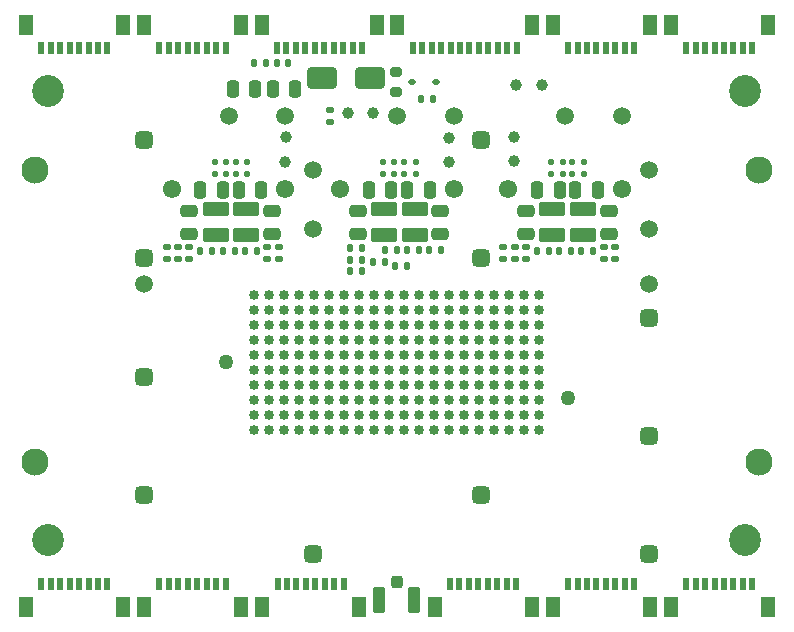
<source format=gts>
G04 #@! TF.GenerationSoftware,KiCad,Pcbnew,8.0.5*
G04 #@! TF.CreationDate,2026-01-30T21:43:26+07:00*
G04 #@! TF.ProjectId,RouterCoreBaseRevA,526f7574-6572-4436-9f72-654261736552,rev?*
G04 #@! TF.SameCoordinates,PX2793d60PY5cfbb60*
G04 #@! TF.FileFunction,Soldermask,Top*
G04 #@! TF.FilePolarity,Negative*
%FSLAX46Y46*%
G04 Gerber Fmt 4.6, Leading zero omitted, Abs format (unit mm)*
G04 Created by KiCad (PCBNEW 8.0.5) date 2026-01-30 21:43:26*
%MOMM*%
%LPD*%
G01*
G04 APERTURE LIST*
G04 Aperture macros list*
%AMRoundRect*
0 Rectangle with rounded corners*
0 $1 Rounding radius*
0 $2 $3 $4 $5 $6 $7 $8 $9 X,Y pos of 4 corners*
0 Add a 4 corners polygon primitive as box body*
4,1,4,$2,$3,$4,$5,$6,$7,$8,$9,$2,$3,0*
0 Add four circle primitives for the rounded corners*
1,1,$1+$1,$2,$3*
1,1,$1+$1,$4,$5*
1,1,$1+$1,$6,$7*
1,1,$1+$1,$8,$9*
0 Add four rect primitives between the rounded corners*
20,1,$1+$1,$2,$3,$4,$5,0*
20,1,$1+$1,$4,$5,$6,$7,0*
20,1,$1+$1,$6,$7,$8,$9,0*
20,1,$1+$1,$8,$9,$2,$3,0*%
G04 Aperture macros list end*
%ADD10C,1.000000*%
%ADD11RoundRect,0.250000X-0.250000X-0.475000X0.250000X-0.475000X0.250000X0.475000X-0.250000X0.475000X0*%
%ADD12RoundRect,0.250000X1.000000X0.650000X-1.000000X0.650000X-1.000000X-0.650000X1.000000X-0.650000X0*%
%ADD13C,2.300000*%
%ADD14R,0.500000X1.000000*%
%ADD15R,1.200000X1.700000*%
%ADD16C,2.700000*%
%ADD17RoundRect,0.125000X0.125000X0.155000X-0.125000X0.155000X-0.125000X-0.155000X0.125000X-0.155000X0*%
%ADD18RoundRect,0.250000X0.850000X-0.375000X0.850000X0.375000X-0.850000X0.375000X-0.850000X-0.375000X0*%
%ADD19RoundRect,0.135000X0.185000X-0.135000X0.185000X0.135000X-0.185000X0.135000X-0.185000X-0.135000X0*%
%ADD20RoundRect,0.250000X0.250000X0.475000X-0.250000X0.475000X-0.250000X-0.475000X0.250000X-0.475000X0*%
%ADD21RoundRect,0.135000X-0.135000X-0.185000X0.135000X-0.185000X0.135000X0.185000X-0.135000X0.185000X0*%
%ADD22RoundRect,0.135000X-0.185000X0.135000X-0.185000X-0.135000X0.185000X-0.135000X0.185000X0.135000X0*%
%ADD23RoundRect,0.135000X0.135000X0.185000X-0.135000X0.185000X-0.135000X-0.185000X0.135000X-0.185000X0*%
%ADD24RoundRect,0.250000X0.475000X-0.250000X0.475000X0.250000X-0.475000X0.250000X-0.475000X-0.250000X0*%
%ADD25RoundRect,0.250000X-0.250000X0.275000X-0.250000X-0.275000X0.250000X-0.275000X0.250000X0.275000X0*%
%ADD26RoundRect,0.250000X-0.275000X0.850000X-0.275000X-0.850000X0.275000X-0.850000X0.275000X0.850000X0*%
%ADD27RoundRect,0.125000X-0.125000X-0.155000X0.125000X-0.155000X0.125000X0.155000X-0.125000X0.155000X0*%
%ADD28RoundRect,0.200000X-0.275000X0.200000X-0.275000X-0.200000X0.275000X-0.200000X0.275000X0.200000X0*%
%ADD29C,1.270000*%
%ADD30C,0.844000*%
%ADD31RoundRect,0.147500X0.147500X0.172500X-0.147500X0.172500X-0.147500X-0.172500X0.147500X-0.172500X0*%
%ADD32RoundRect,0.112500X-0.187500X-0.112500X0.187500X-0.112500X0.187500X0.112500X-0.187500X0.112500X0*%
%ADD33C,1.550000*%
%ADD34RoundRect,0.375000X0.375000X-0.375000X0.375000X0.375000X-0.375000X0.375000X-0.375000X-0.375000X0*%
%ADD35C,1.500000*%
G04 APERTURE END LIST*
D10*
X30450000Y43150000D03*
D11*
X47625000Y36675000D03*
X49525000Y36675000D03*
D12*
X30200000Y46100000D03*
X26200000Y46100000D03*
D13*
X63150000Y38380000D03*
D14*
X57000000Y3300000D03*
X57800000Y3300000D03*
X58600000Y3300000D03*
X59400000Y3300000D03*
X60200000Y3300000D03*
X61000000Y3300000D03*
X61800000Y3300000D03*
X62600000Y3300000D03*
D15*
X55700000Y1350000D03*
X63900000Y1350000D03*
D16*
X62000000Y7000000D03*
D10*
X36950000Y39025000D03*
D17*
X19820000Y38025000D03*
X18850000Y38025000D03*
D18*
X34000000Y32850000D03*
X34000000Y35000000D03*
D19*
X21525000Y30790000D03*
X21525000Y31810000D03*
D20*
X46275000Y36675000D03*
X44375000Y36675000D03*
D11*
X33375000Y36675000D03*
X35275000Y36675000D03*
D21*
X20415000Y47425000D03*
X21435000Y47425000D03*
D17*
X34085000Y38025000D03*
X33115000Y38025000D03*
D22*
X22500000Y31810000D03*
X22500000Y30790000D03*
D23*
X31510000Y30525000D03*
X30490000Y30525000D03*
D20*
X20500000Y45200000D03*
X18600000Y45200000D03*
D13*
X1850000Y38380000D03*
D19*
X50025000Y30790000D03*
X50025000Y31810000D03*
D24*
X29175000Y32950000D03*
X29175000Y34850000D03*
D10*
X42600000Y45500000D03*
D18*
X45650000Y32850000D03*
X45650000Y35000000D03*
D25*
X32500000Y3450000D03*
D26*
X33975000Y1925000D03*
X31025000Y1925000D03*
D21*
X32340000Y30175000D03*
X33360000Y30175000D03*
D14*
X29550000Y48700000D03*
X28750000Y48700000D03*
X27950000Y48700000D03*
X27150000Y48700000D03*
X26350000Y48700000D03*
X25550000Y48700000D03*
X24750000Y48700000D03*
X23950000Y48700000D03*
X23150000Y48700000D03*
X22350000Y48700000D03*
D15*
X30850000Y50650000D03*
X21050000Y50650000D03*
D14*
X8000000Y48700000D03*
X7200000Y48700000D03*
X6400000Y48700000D03*
X5600000Y48700000D03*
X4800000Y48700000D03*
X4000000Y48700000D03*
X3200000Y48700000D03*
X2400000Y48700000D03*
D15*
X9300000Y50650000D03*
X1100000Y50650000D03*
D22*
X41450000Y31810000D03*
X41450000Y30790000D03*
D19*
X14925000Y30790000D03*
X14925000Y31810000D03*
D16*
X3000000Y45000000D03*
D20*
X32025000Y36675000D03*
X30125000Y36675000D03*
D10*
X42400000Y41125000D03*
D22*
X42475000Y31810000D03*
X42475000Y30790000D03*
D18*
X31400000Y32850000D03*
X31400000Y35000000D03*
D14*
X12400000Y3300000D03*
X13200000Y3300000D03*
X14000000Y3300000D03*
X14800000Y3300000D03*
X15600000Y3300000D03*
X16400000Y3300000D03*
X17200000Y3300000D03*
X18000000Y3300000D03*
D15*
X11100000Y1350000D03*
X19300000Y1350000D03*
D27*
X45580000Y39040000D03*
X46550000Y39040000D03*
D18*
X17150000Y32850000D03*
X17150000Y35000000D03*
D10*
X23075000Y41100000D03*
D24*
X50425000Y32950000D03*
X50425000Y34850000D03*
D27*
X45580000Y38025000D03*
X46550000Y38025000D03*
D14*
X52600000Y48700000D03*
X51800000Y48700000D03*
X51000000Y48700000D03*
X50200000Y48700000D03*
X49400000Y48700000D03*
X48600000Y48700000D03*
X47800000Y48700000D03*
X47000000Y48700000D03*
D15*
X53900000Y50650000D03*
X45700000Y50650000D03*
D19*
X26850000Y42365000D03*
X26850000Y43385000D03*
D14*
X37000000Y3300000D03*
X37800000Y3300000D03*
X38600000Y3300000D03*
X39400000Y3300000D03*
X40200000Y3300000D03*
X41000000Y3300000D03*
X41800000Y3300000D03*
X42600000Y3300000D03*
D15*
X35700000Y1350000D03*
X43900000Y1350000D03*
D11*
X22000000Y45200000D03*
X23900000Y45200000D03*
D21*
X28540000Y29800000D03*
X29560000Y29800000D03*
D17*
X48320000Y38025000D03*
X47350000Y38025000D03*
D13*
X1850000Y13620000D03*
D10*
X42400000Y39075000D03*
D21*
X46240000Y31500000D03*
X47260000Y31500000D03*
D16*
X3000000Y7000000D03*
D23*
X29560000Y31700000D03*
X28540000Y31700000D03*
D13*
X63150000Y13620000D03*
D23*
X35560000Y44375000D03*
X34540000Y44375000D03*
D24*
X14925000Y32950000D03*
X14925000Y34850000D03*
D14*
X62600000Y48700000D03*
X61800000Y48700000D03*
X61000000Y48700000D03*
X60200000Y48700000D03*
X59400000Y48700000D03*
X58600000Y48700000D03*
X57800000Y48700000D03*
X57000000Y48700000D03*
D15*
X63900000Y50650000D03*
X55700000Y50650000D03*
D28*
X32450000Y46625000D03*
X32450000Y44975000D03*
D14*
X42650000Y48700000D03*
X41850000Y48700000D03*
X41050000Y48700000D03*
X40250000Y48700000D03*
X39450000Y48700000D03*
X38650000Y48700000D03*
X37850000Y48700000D03*
X37050000Y48700000D03*
X36250000Y48700000D03*
X35450000Y48700000D03*
X34650000Y48700000D03*
X33850000Y48700000D03*
D15*
X43950000Y50650000D03*
X32550000Y50650000D03*
D17*
X48320000Y39040000D03*
X47350000Y39040000D03*
D10*
X28400000Y43125000D03*
D23*
X49135000Y31500000D03*
X48115000Y31500000D03*
D14*
X47000000Y3300000D03*
X47800000Y3300000D03*
X48600000Y3300000D03*
X49400000Y3300000D03*
X50200000Y3300000D03*
X51000000Y3300000D03*
X51800000Y3300000D03*
X52600000Y3300000D03*
D15*
X45700000Y1350000D03*
X53900000Y1350000D03*
D24*
X43425000Y32950000D03*
X43425000Y34850000D03*
X21925000Y32950000D03*
X21925000Y34850000D03*
D27*
X31315000Y39040000D03*
X32285000Y39040000D03*
D21*
X15865000Y31500000D03*
X16885000Y31500000D03*
X28540000Y30750000D03*
X29560000Y30750000D03*
X44365000Y31500000D03*
X45385000Y31500000D03*
D17*
X19820000Y39040000D03*
X18850000Y39040000D03*
D14*
X18000000Y48700000D03*
X17200000Y48700000D03*
X16400000Y48700000D03*
X15600000Y48700000D03*
X14800000Y48700000D03*
X14000000Y48700000D03*
X13200000Y48700000D03*
X12400000Y48700000D03*
D15*
X19300000Y50650000D03*
X11100000Y50650000D03*
D29*
X18010000Y22050000D03*
X46990000Y19000000D03*
D30*
X44565000Y16335000D03*
X43295000Y16335000D03*
X42025000Y16335000D03*
X40755000Y16335000D03*
X39485000Y16335000D03*
X38215000Y16335000D03*
X36945000Y16335000D03*
X35675000Y16335000D03*
X34405000Y16335000D03*
X33135000Y16335000D03*
X31865000Y16335000D03*
X30595000Y16335000D03*
X29325000Y16335000D03*
X28055000Y16335000D03*
X26785000Y16335000D03*
X25515000Y16335000D03*
X24245000Y16335000D03*
X22975000Y16335000D03*
X21705000Y16335000D03*
X20435000Y16335000D03*
X44565000Y17605000D03*
X43295000Y17605000D03*
X42025000Y17605000D03*
X40755000Y17605000D03*
X39485000Y17605000D03*
X38215000Y17605000D03*
X36945000Y17605000D03*
X35675000Y17605000D03*
X34405000Y17605000D03*
X33135000Y17605000D03*
X31865000Y17605000D03*
X30595000Y17605000D03*
X29325000Y17605000D03*
X28055000Y17605000D03*
X26785000Y17605000D03*
X25515000Y17605000D03*
X24245000Y17605000D03*
X22975000Y17605000D03*
X21705000Y17605000D03*
X20435000Y17605000D03*
X44565000Y18875000D03*
X43295000Y18875000D03*
X42025000Y18875000D03*
X40755000Y18875000D03*
X39485000Y18875000D03*
X38215000Y18875000D03*
X36945000Y18875000D03*
X35675000Y18875000D03*
X34405000Y18875000D03*
X33135000Y18875000D03*
X31865000Y18875000D03*
X30595000Y18875000D03*
X29325000Y18875000D03*
X28055000Y18875000D03*
X26785000Y18875000D03*
X25515000Y18875000D03*
X24245000Y18875000D03*
X22975000Y18875000D03*
X21705000Y18875000D03*
X20435000Y18875000D03*
X44565000Y20145000D03*
X43295000Y20145000D03*
X42025000Y20145000D03*
X40755000Y20145000D03*
X39485000Y20145000D03*
X38215000Y20145000D03*
X36945000Y20145000D03*
X35675000Y20145000D03*
X34405000Y20145000D03*
X33135000Y20145000D03*
X31865000Y20145000D03*
X30595000Y20145000D03*
X29325000Y20145000D03*
X28055000Y20145000D03*
X26785000Y20145000D03*
X25515000Y20145000D03*
X24245000Y20145000D03*
X22975000Y20145000D03*
X21705000Y20145000D03*
X20435000Y20145000D03*
X44565000Y21415000D03*
X43295000Y21415000D03*
X42025000Y21415000D03*
X40755000Y21415000D03*
X39485000Y21415000D03*
X38215000Y21415000D03*
X36945000Y21415000D03*
X35675000Y21415000D03*
X34405000Y21415000D03*
X33135000Y21415000D03*
X31865000Y21415000D03*
X30595000Y21415000D03*
X29325000Y21415000D03*
X28055000Y21415000D03*
X26785000Y21415000D03*
X25515000Y21415000D03*
X24245000Y21415000D03*
X22975000Y21415000D03*
X21705000Y21415000D03*
X20435000Y21415000D03*
X44565000Y22685000D03*
X43295000Y22685000D03*
X42025000Y22685000D03*
X40755000Y22685000D03*
X39485000Y22685000D03*
X38215000Y22685000D03*
X36945000Y22685000D03*
X35675000Y22685000D03*
X34405000Y22685000D03*
X33135000Y22685000D03*
X31865000Y22685000D03*
X30595000Y22685000D03*
X29325000Y22685000D03*
X28055000Y22685000D03*
X26785000Y22685000D03*
X25515000Y22685000D03*
X24245000Y22685000D03*
X22975000Y22685000D03*
X21705000Y22685000D03*
X20435000Y22685000D03*
X44565000Y23955000D03*
X43295000Y23955000D03*
X42025000Y23955000D03*
X40755000Y23955000D03*
X39485000Y23955000D03*
X38215000Y23955000D03*
X36945000Y23955000D03*
X35675000Y23955000D03*
X34405000Y23955000D03*
X33135000Y23955000D03*
X31865000Y23955000D03*
X30595000Y23955000D03*
X29325000Y23955000D03*
X28055000Y23955000D03*
X26785000Y23955000D03*
X25515000Y23955000D03*
X24245000Y23955000D03*
X22975000Y23955000D03*
X21705000Y23955000D03*
X20435000Y23955000D03*
X44565000Y25225000D03*
X43295000Y25225000D03*
X42025000Y25225000D03*
X40755000Y25225000D03*
X39485000Y25225000D03*
X38215000Y25225000D03*
X36945000Y25225000D03*
X35675000Y25225000D03*
X34405000Y25225000D03*
X33135000Y25225000D03*
X31865000Y25225000D03*
X30595000Y25225000D03*
X29325000Y25225000D03*
X28055000Y25225000D03*
X26785000Y25225000D03*
X25515000Y25225000D03*
X24245000Y25225000D03*
X22975000Y25225000D03*
X21705000Y25225000D03*
X20435000Y25225000D03*
X44565000Y26495000D03*
X43295000Y26495000D03*
X42025000Y26495000D03*
X40755000Y26495000D03*
X39485000Y26495000D03*
X38215000Y26495000D03*
X36945000Y26495000D03*
X35675000Y26495000D03*
X34405000Y26495000D03*
X33135000Y26495000D03*
X31865000Y26495000D03*
X30595000Y26495000D03*
X29325000Y26495000D03*
X28055000Y26495000D03*
X26785000Y26495000D03*
X25515000Y26495000D03*
X24245000Y26495000D03*
X22975000Y26495000D03*
X21705000Y26495000D03*
X20435000Y26495000D03*
X44565000Y27765000D03*
X43295000Y27765000D03*
X42025000Y27765000D03*
X40755000Y27765000D03*
X39485000Y27765000D03*
X38215000Y27765000D03*
X36945000Y27765000D03*
X35675000Y27765000D03*
X34405000Y27765000D03*
X33135000Y27765000D03*
X31865000Y27765000D03*
X30595000Y27765000D03*
X29325000Y27765000D03*
X28055000Y27765000D03*
X26785000Y27765000D03*
X25515000Y27765000D03*
X24245000Y27765000D03*
X22975000Y27765000D03*
X21705000Y27765000D03*
X20435000Y27765000D03*
D17*
X34085000Y39040000D03*
X33115000Y39040000D03*
D20*
X17775000Y36675000D03*
X15875000Y36675000D03*
D16*
X62000000Y45000000D03*
D19*
X43425000Y30790000D03*
X43425000Y31810000D03*
D27*
X17080000Y38025000D03*
X18050000Y38025000D03*
D31*
X23285000Y47425000D03*
X22315000Y47425000D03*
D24*
X36175000Y32950000D03*
X36175000Y34850000D03*
D11*
X19125000Y36675000D03*
X21025000Y36675000D03*
D10*
X23050000Y39050000D03*
D21*
X31465000Y31525000D03*
X32485000Y31525000D03*
D32*
X33750000Y45800000D03*
X35850000Y45800000D03*
D21*
X35215000Y31525000D03*
X36235000Y31525000D03*
D23*
X34360000Y31525000D03*
X33340000Y31525000D03*
D10*
X36925000Y41075000D03*
D14*
X2400000Y3300000D03*
X3200000Y3300000D03*
X4000000Y3300000D03*
X4800000Y3300000D03*
X5600000Y3300000D03*
X6400000Y3300000D03*
X7200000Y3300000D03*
X8000000Y3300000D03*
D15*
X1100000Y1350000D03*
X9300000Y1350000D03*
D27*
X17080000Y39040000D03*
X18050000Y39040000D03*
X31315000Y38025000D03*
X32285000Y38025000D03*
D21*
X17740000Y31500000D03*
X18760000Y31500000D03*
D18*
X19750000Y32850000D03*
X19750000Y35000000D03*
D22*
X13000000Y31810000D03*
X13000000Y30790000D03*
D10*
X44825000Y45500000D03*
D23*
X20635000Y31500000D03*
X19615000Y31500000D03*
D14*
X22400000Y3300000D03*
X23200000Y3300000D03*
X24000000Y3300000D03*
X24800000Y3300000D03*
X25600000Y3300000D03*
X26400000Y3300000D03*
X27200000Y3300000D03*
X28000000Y3300000D03*
D15*
X21100000Y1350000D03*
X29300000Y1350000D03*
D22*
X13950000Y31810000D03*
X13950000Y30790000D03*
X51000000Y31810000D03*
X51000000Y30790000D03*
D18*
X48250000Y32850000D03*
X48250000Y35000000D03*
D33*
X27700000Y36750000D03*
X37300000Y36750000D03*
X41950000Y36750000D03*
X51550000Y36750000D03*
X13450000Y36750000D03*
X23050000Y36750000D03*
D34*
X53875000Y5850000D03*
X53875000Y15850000D03*
X53875000Y25850000D03*
D35*
X53875000Y28650000D03*
X53875000Y33350000D03*
X53875000Y38350000D03*
D34*
X39625000Y10850000D03*
X39625000Y30850000D03*
X39625000Y40850000D03*
X25375000Y5850000D03*
D35*
X25375000Y33350000D03*
X25375000Y38350000D03*
D34*
X11125000Y10850000D03*
X11125000Y20850000D03*
D35*
X11125000Y28650000D03*
D34*
X11125000Y30850000D03*
X11125000Y40850000D03*
D35*
X51550000Y42950000D03*
X46750000Y42950000D03*
X37300000Y42950000D03*
X32500000Y42950000D03*
X23050000Y42950000D03*
X18250000Y42950000D03*
M02*

</source>
